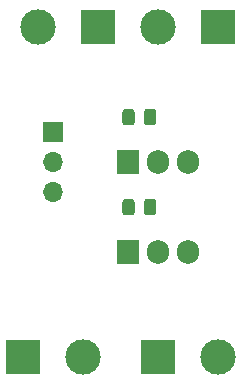
<source format=gbr>
%TF.GenerationSoftware,KiCad,Pcbnew,(5.1.10)-1*%
%TF.CreationDate,2022-01-11T17:46:35-08:00*%
%TF.ProjectId,lowering platform,6c6f7765-7269-46e6-9720-706c6174666f,rev?*%
%TF.SameCoordinates,Original*%
%TF.FileFunction,Soldermask,Top*%
%TF.FilePolarity,Negative*%
%FSLAX46Y46*%
G04 Gerber Fmt 4.6, Leading zero omitted, Abs format (unit mm)*
G04 Created by KiCad (PCBNEW (5.1.10)-1) date 2022-01-11 17:46:35*
%MOMM*%
%LPD*%
G01*
G04 APERTURE LIST*
%ADD10R,1.700000X1.700000*%
%ADD11O,1.700000X1.700000*%
%ADD12R,3.000000X3.000000*%
%ADD13C,3.000000*%
%ADD14R,1.905000X2.000000*%
%ADD15O,1.905000X2.000000*%
G04 APERTURE END LIST*
D10*
%TO.C,J2*%
X146050000Y-90170000D03*
D11*
X146050000Y-92710000D03*
X146050000Y-95250000D03*
%TD*%
D12*
%TO.C,J1*%
X143510000Y-109220000D03*
D13*
X148590000Y-109220000D03*
%TD*%
D12*
%TO.C,J3*%
X149860000Y-81280000D03*
D13*
X154940000Y-81280000D03*
X144780000Y-81280000D03*
D12*
X160020000Y-81280000D03*
%TD*%
D13*
%TO.C,J4*%
X160020000Y-109220000D03*
D12*
X154940000Y-109220000D03*
%TD*%
D14*
%TO.C,Q1*%
X152400000Y-92710000D03*
D15*
X154940000Y-92710000D03*
X157480000Y-92710000D03*
%TD*%
%TO.C,Q2*%
X157480000Y-100330000D03*
X154940000Y-100330000D03*
D14*
X152400000Y-100330000D03*
%TD*%
%TO.C,R1*%
G36*
G01*
X151887500Y-89350002D02*
X151887500Y-88449998D01*
G75*
G02*
X152137498Y-88200000I249998J0D01*
G01*
X152662502Y-88200000D01*
G75*
G02*
X152912500Y-88449998I0J-249998D01*
G01*
X152912500Y-89350002D01*
G75*
G02*
X152662502Y-89600000I-249998J0D01*
G01*
X152137498Y-89600000D01*
G75*
G02*
X151887500Y-89350002I0J249998D01*
G01*
G37*
G36*
G01*
X153712500Y-89350002D02*
X153712500Y-88449998D01*
G75*
G02*
X153962498Y-88200000I249998J0D01*
G01*
X154487502Y-88200000D01*
G75*
G02*
X154737500Y-88449998I0J-249998D01*
G01*
X154737500Y-89350002D01*
G75*
G02*
X154487502Y-89600000I-249998J0D01*
G01*
X153962498Y-89600000D01*
G75*
G02*
X153712500Y-89350002I0J249998D01*
G01*
G37*
%TD*%
%TO.C,R2*%
G36*
G01*
X153712500Y-96970002D02*
X153712500Y-96069998D01*
G75*
G02*
X153962498Y-95820000I249998J0D01*
G01*
X154487502Y-95820000D01*
G75*
G02*
X154737500Y-96069998I0J-249998D01*
G01*
X154737500Y-96970002D01*
G75*
G02*
X154487502Y-97220000I-249998J0D01*
G01*
X153962498Y-97220000D01*
G75*
G02*
X153712500Y-96970002I0J249998D01*
G01*
G37*
G36*
G01*
X151887500Y-96970002D02*
X151887500Y-96069998D01*
G75*
G02*
X152137498Y-95820000I249998J0D01*
G01*
X152662502Y-95820000D01*
G75*
G02*
X152912500Y-96069998I0J-249998D01*
G01*
X152912500Y-96970002D01*
G75*
G02*
X152662502Y-97220000I-249998J0D01*
G01*
X152137498Y-97220000D01*
G75*
G02*
X151887500Y-96970002I0J249998D01*
G01*
G37*
%TD*%
M02*

</source>
